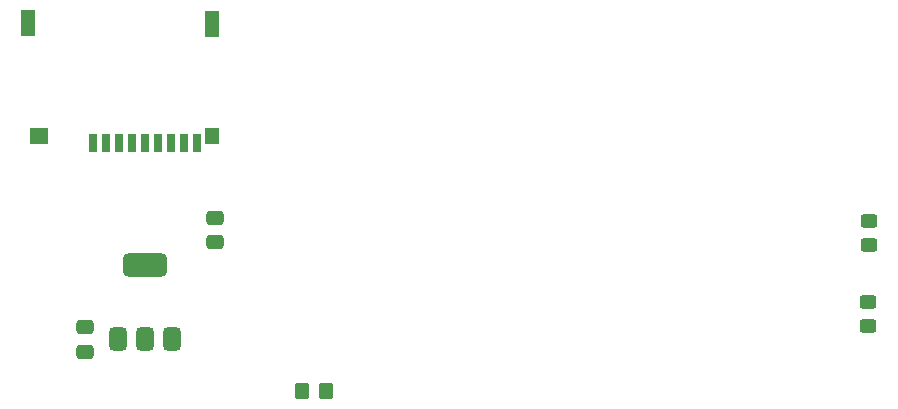
<source format=gbr>
%TF.GenerationSoftware,KiCad,Pcbnew,9.0.3*%
%TF.CreationDate,2025-08-20T09:57:48+02:00*%
%TF.ProjectId,sdiskII_stm32,73646973-6b49-4495-9f73-746d33322e6b,7*%
%TF.SameCoordinates,Original*%
%TF.FileFunction,Paste,Top*%
%TF.FilePolarity,Positive*%
%FSLAX46Y46*%
G04 Gerber Fmt 4.6, Leading zero omitted, Abs format (unit mm)*
G04 Created by KiCad (PCBNEW 9.0.3) date 2025-08-20 09:57:48*
%MOMM*%
%LPD*%
G01*
G04 APERTURE LIST*
G04 Aperture macros list*
%AMRoundRect*
0 Rectangle with rounded corners*
0 $1 Rounding radius*
0 $2 $3 $4 $5 $6 $7 $8 $9 X,Y pos of 4 corners*
0 Add a 4 corners polygon primitive as box body*
4,1,4,$2,$3,$4,$5,$6,$7,$8,$9,$2,$3,0*
0 Add four circle primitives for the rounded corners*
1,1,$1+$1,$2,$3*
1,1,$1+$1,$4,$5*
1,1,$1+$1,$6,$7*
1,1,$1+$1,$8,$9*
0 Add four rect primitives between the rounded corners*
20,1,$1+$1,$2,$3,$4,$5,0*
20,1,$1+$1,$4,$5,$6,$7,0*
20,1,$1+$1,$6,$7,$8,$9,0*
20,1,$1+$1,$8,$9,$2,$3,0*%
G04 Aperture macros list end*
%ADD10RoundRect,0.250000X-0.450000X0.325000X-0.450000X-0.325000X0.450000X-0.325000X0.450000X0.325000X0*%
%ADD11RoundRect,0.250000X0.475000X-0.337500X0.475000X0.337500X-0.475000X0.337500X-0.475000X-0.337500X0*%
%ADD12RoundRect,0.375000X0.375000X-0.625000X0.375000X0.625000X-0.375000X0.625000X-0.375000X-0.625000X0*%
%ADD13RoundRect,0.500000X1.400000X-0.500000X1.400000X0.500000X-1.400000X0.500000X-1.400000X-0.500000X0*%
%ADD14R,1.600000X1.400000*%
%ADD15R,1.200000X2.200000*%
%ADD16R,0.700000X1.600000*%
%ADD17R,1.200000X1.400000*%
%ADD18RoundRect,0.250000X-0.350000X-0.450000X0.350000X-0.450000X0.350000X0.450000X-0.350000X0.450000X0*%
G04 APERTURE END LIST*
D10*
%TO.C,D2*%
X204775000Y-105925000D03*
X204775000Y-107975000D03*
%TD*%
%TO.C,Fu2*%
X204750000Y-112750000D03*
X204750000Y-114800000D03*
%TD*%
D11*
%TO.C,C2*%
X149400000Y-107720000D03*
X149400000Y-105645000D03*
%TD*%
D12*
%TO.C,U1*%
X141187500Y-115950000D03*
X143487500Y-115950000D03*
D13*
X143487500Y-109650000D03*
D12*
X145787500Y-115950000D03*
%TD*%
D11*
%TO.C,C1*%
X138430000Y-116995000D03*
X138430000Y-114920000D03*
%TD*%
D14*
%TO.C,U2*%
X134540000Y-98750000D03*
D15*
X149140000Y-89250000D03*
D16*
X139140000Y-99350000D03*
X140240000Y-99350000D03*
X141340000Y-99350000D03*
X142440000Y-99350000D03*
X143540000Y-99350000D03*
X144640000Y-99350000D03*
X145740000Y-99350000D03*
X146840000Y-99350000D03*
X147940000Y-99350000D03*
D17*
X149140000Y-98750000D03*
D15*
X133640000Y-89150000D03*
%TD*%
D18*
%TO.C,R4*%
X156825000Y-120325000D03*
X158825000Y-120325000D03*
%TD*%
M02*

</source>
